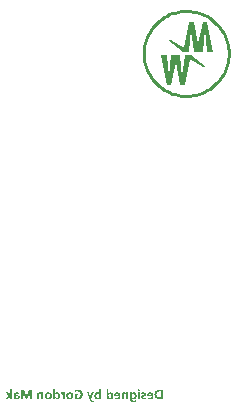
<source format=gbo>
G04*
G04 #@! TF.GenerationSoftware,Altium Limited,Altium Designer,20.1.8 (145)*
G04*
G04 Layer_Color=32896*
%FSLAX25Y25*%
%MOIN*%
G70*
G04*
G04 #@! TF.SameCoordinates,B6191FBB-5C88-4D09-BA80-96395D220C01*
G04*
G04*
G04 #@! TF.FilePolarity,Positive*
G04*
G01*
G75*
%ADD12C,0.01000*%
G36*
X69500Y113700D02*
X68500D01*
X64265Y116524D01*
X62500Y107700D01*
X61000D01*
X59500Y115200D01*
X58000Y107700D01*
X56500D01*
X54500Y117700D01*
X56500D01*
X57250Y110200D01*
X58000Y117700D01*
X61000D01*
X61750Y110200D01*
X62500Y117700D01*
X64500D01*
X69500Y113700D01*
D02*
G37*
G36*
X72000Y118700D02*
X70000D01*
X69250Y126200D01*
X68500Y118700D01*
X65500D01*
X64750Y126200D01*
X64000Y118700D01*
X62000D01*
X57000Y122700D01*
X58000D01*
X62235Y119877D01*
X64000Y128700D01*
X65500D01*
X67000Y121200D01*
X68500Y128700D01*
X70000D01*
X72000Y118700D01*
D02*
G37*
G36*
X47287Y6249D02*
X47340Y6240D01*
X47388Y6225D01*
X47427Y6206D01*
X47456Y6187D01*
X47480Y6172D01*
X47494Y6163D01*
X47499Y6158D01*
X47533Y6120D01*
X47562Y6081D01*
X47581Y6043D01*
X47591Y6004D01*
X47600Y5975D01*
X47605Y5946D01*
Y5927D01*
Y5922D01*
X47600Y5869D01*
X47591Y5821D01*
X47571Y5783D01*
X47552Y5744D01*
X47533Y5715D01*
X47513Y5696D01*
X47504Y5682D01*
X47499Y5677D01*
X47456Y5643D01*
X47412Y5619D01*
X47369Y5605D01*
X47326Y5595D01*
X47287Y5586D01*
X47259Y5581D01*
X47230D01*
X47172Y5586D01*
X47119Y5595D01*
X47071Y5610D01*
X47032Y5629D01*
X47004Y5648D01*
X46980Y5663D01*
X46965Y5672D01*
X46960Y5677D01*
X46927Y5715D01*
X46898Y5754D01*
X46879Y5797D01*
X46869Y5836D01*
X46859Y5869D01*
X46854Y5898D01*
Y5917D01*
Y5922D01*
X46859Y5975D01*
X46869Y6019D01*
X46888Y6062D01*
X46907Y6095D01*
X46927Y6120D01*
X46946Y6144D01*
X46955Y6153D01*
X46960Y6158D01*
X46999Y6192D01*
X47047Y6216D01*
X47090Y6230D01*
X47133Y6245D01*
X47172Y6249D01*
X47201Y6254D01*
X47230D01*
X47287Y6249D01*
D02*
G37*
G36*
X45546Y5258D02*
X45623Y5249D01*
X45695Y5235D01*
X45768Y5210D01*
X45830Y5186D01*
X45893Y5158D01*
X45945Y5129D01*
X45994Y5100D01*
X46042Y5066D01*
X46080Y5037D01*
X46114Y5008D01*
X46138Y4984D01*
X46162Y4960D01*
X46176Y4946D01*
X46186Y4936D01*
X46191Y4932D01*
X46239Y4869D01*
X46282Y4797D01*
X46316Y4725D01*
X46349Y4653D01*
X46374Y4580D01*
X46398Y4503D01*
X46431Y4364D01*
X46441Y4296D01*
X46450Y4234D01*
X46455Y4181D01*
X46460Y4133D01*
X46465Y4095D01*
Y4066D01*
Y4046D01*
Y4042D01*
X46460Y3950D01*
X46455Y3864D01*
X46441Y3782D01*
X46426Y3705D01*
X46407Y3633D01*
X46388Y3570D01*
X46364Y3508D01*
X46340Y3455D01*
X46316Y3407D01*
X46292Y3363D01*
X46273Y3330D01*
X46253Y3296D01*
X46239Y3272D01*
X46224Y3258D01*
X46220Y3248D01*
X46215Y3243D01*
X46167Y3190D01*
X46114Y3147D01*
X46061Y3108D01*
X46003Y3075D01*
X45950Y3046D01*
X45893Y3022D01*
X45787Y2988D01*
X45691Y2964D01*
X45652Y2959D01*
X45614Y2955D01*
X45585Y2950D01*
X45546D01*
X45464Y2955D01*
X45383Y2964D01*
X45311Y2983D01*
X45243Y3008D01*
X45181Y3036D01*
X45123Y3070D01*
X45075Y3104D01*
X45027Y3137D01*
X44988Y3171D01*
X44950Y3205D01*
X44921Y3238D01*
X44897Y3267D01*
X44878Y3291D01*
X44863Y3311D01*
X44858Y3320D01*
X44854Y3325D01*
X44839D01*
Y3142D01*
X44849Y3027D01*
X44868Y2926D01*
X44902Y2839D01*
X44935Y2767D01*
X44974Y2709D01*
X45008Y2666D01*
X45027Y2642D01*
X45036Y2632D01*
X45113Y2570D01*
X45200Y2527D01*
X45291Y2493D01*
X45378Y2473D01*
X45455Y2459D01*
X45489Y2454D01*
X45517D01*
X45541Y2450D01*
X45575D01*
X45705Y2459D01*
X45830Y2478D01*
X45950Y2512D01*
X46051Y2551D01*
X46099Y2565D01*
X46143Y2584D01*
X46176Y2603D01*
X46210Y2618D01*
X46234Y2627D01*
X46253Y2637D01*
X46263Y2647D01*
X46268D01*
Y2098D01*
X46162Y2055D01*
X46046Y2021D01*
X45926Y2002D01*
X45811Y1983D01*
X45758Y1978D01*
X45710Y1973D01*
X45667D01*
X45628Y1969D01*
X45556D01*
X45436Y1973D01*
X45325Y1983D01*
X45219Y1997D01*
X45123Y2021D01*
X45031Y2046D01*
X44950Y2074D01*
X44873Y2103D01*
X44805Y2137D01*
X44748Y2166D01*
X44695Y2195D01*
X44651Y2223D01*
X44613Y2248D01*
X44589Y2272D01*
X44565Y2286D01*
X44555Y2296D01*
X44550Y2300D01*
X44488Y2368D01*
X44435Y2435D01*
X44387Y2512D01*
X44348Y2589D01*
X44315Y2666D01*
X44286Y2743D01*
X44262Y2820D01*
X44243Y2897D01*
X44228Y2969D01*
X44219Y3032D01*
X44209Y3089D01*
X44204Y3142D01*
X44199Y3185D01*
Y3214D01*
Y3238D01*
Y3243D01*
Y5210D01*
X44839D01*
Y4946D01*
X44854D01*
X44892Y5004D01*
X44935Y5052D01*
X44983Y5095D01*
X45036Y5129D01*
X45084Y5162D01*
X45137Y5186D01*
X45234Y5225D01*
X45325Y5249D01*
X45363Y5254D01*
X45397Y5258D01*
X45426Y5263D01*
X45464D01*
X45546Y5258D01*
D02*
G37*
G36*
X34647Y3003D02*
X34002D01*
Y3267D01*
X33997D01*
X33954Y3210D01*
X33911Y3161D01*
X33863Y3118D01*
X33810Y3084D01*
X33762Y3051D01*
X33709Y3027D01*
X33608Y2988D01*
X33516Y2969D01*
X33478Y2959D01*
X33444Y2955D01*
X33415Y2950D01*
X33377D01*
X33295Y2955D01*
X33218Y2964D01*
X33141Y2979D01*
X33074Y3003D01*
X33011Y3027D01*
X32949Y3056D01*
X32896Y3084D01*
X32848Y3118D01*
X32805Y3147D01*
X32766Y3176D01*
X32732Y3205D01*
X32704Y3229D01*
X32684Y3253D01*
X32670Y3267D01*
X32660Y3277D01*
X32655Y3282D01*
X32607Y3349D01*
X32564Y3416D01*
X32530Y3489D01*
X32497Y3561D01*
X32468Y3638D01*
X32449Y3710D01*
X32415Y3849D01*
X32405Y3917D01*
X32396Y3974D01*
X32391Y4027D01*
X32386Y4075D01*
X32381Y4114D01*
Y4143D01*
Y4162D01*
Y4167D01*
X32386Y4263D01*
X32391Y4349D01*
X32405Y4431D01*
X32420Y4508D01*
X32439Y4580D01*
X32458Y4648D01*
X32477Y4705D01*
X32502Y4763D01*
X32526Y4811D01*
X32545Y4850D01*
X32564Y4888D01*
X32583Y4917D01*
X32598Y4941D01*
X32612Y4955D01*
X32617Y4965D01*
X32622Y4970D01*
X32670Y5023D01*
X32718Y5066D01*
X32771Y5105D01*
X32824Y5138D01*
X32877Y5167D01*
X32934Y5191D01*
X33035Y5225D01*
X33132Y5249D01*
X33170Y5254D01*
X33209Y5258D01*
X33237Y5263D01*
X33276D01*
X33362Y5258D01*
X33439Y5249D01*
X33516Y5225D01*
X33584Y5201D01*
X33651Y5172D01*
X33709Y5138D01*
X33762Y5105D01*
X33810Y5066D01*
X33853Y5028D01*
X33892Y4994D01*
X33925Y4960D01*
X33949Y4932D01*
X33968Y4907D01*
X33988Y4888D01*
X33993Y4874D01*
X33997Y4869D01*
X34002D01*
Y6269D01*
X34647D01*
Y3003D01*
D02*
G37*
G36*
X6595Y5254D02*
X6667Y5249D01*
X6734Y5239D01*
X6797Y5230D01*
X6840Y5220D01*
X6859Y5215D01*
X6874D01*
X6879Y5210D01*
X6883D01*
X6970Y5191D01*
X7052Y5167D01*
X7119Y5143D01*
X7177Y5124D01*
X7220Y5105D01*
X7254Y5090D01*
X7278Y5081D01*
X7283Y5076D01*
Y4575D01*
X7215Y4619D01*
X7153Y4657D01*
X7085Y4686D01*
X7018Y4715D01*
X6893Y4758D01*
X6778Y4787D01*
X6729Y4797D01*
X6681Y4802D01*
X6638Y4811D01*
X6604D01*
X6576Y4816D01*
X6537D01*
X6465Y4811D01*
X6407Y4802D01*
X6350Y4782D01*
X6306Y4758D01*
X6268Y4725D01*
X6234Y4696D01*
X6210Y4657D01*
X6186Y4624D01*
X6157Y4552D01*
X6143Y4494D01*
Y4465D01*
X6138Y4446D01*
Y4436D01*
Y4431D01*
X6744Y4349D01*
X6879Y4325D01*
X6994Y4287D01*
X7095Y4244D01*
X7182Y4191D01*
X7259Y4133D01*
X7316Y4070D01*
X7369Y4008D01*
X7408Y3941D01*
X7441Y3878D01*
X7465Y3820D01*
X7480Y3763D01*
X7490Y3714D01*
X7499Y3671D01*
X7504Y3642D01*
Y3623D01*
Y3613D01*
X7494Y3503D01*
X7475Y3407D01*
X7446Y3325D01*
X7408Y3258D01*
X7374Y3200D01*
X7345Y3161D01*
X7326Y3137D01*
X7316Y3128D01*
X7239Y3070D01*
X7158Y3027D01*
X7071Y2993D01*
X6989Y2974D01*
X6922Y2959D01*
X6864Y2954D01*
X6840Y2950D01*
X6811D01*
X6729Y2954D01*
X6657Y2964D01*
X6590Y2983D01*
X6523Y3008D01*
X6465Y3036D01*
X6412Y3065D01*
X6359Y3099D01*
X6316Y3137D01*
X6277Y3171D01*
X6244Y3205D01*
X6215Y3233D01*
X6196Y3262D01*
X6176Y3286D01*
X6162Y3306D01*
X6157Y3315D01*
X6152Y3320D01*
X6143D01*
Y3003D01*
X5527D01*
Y4335D01*
X5532Y4422D01*
X5537Y4499D01*
X5551Y4571D01*
X5565Y4643D01*
X5614Y4768D01*
X5671Y4874D01*
X5743Y4960D01*
X5820Y5037D01*
X5902Y5100D01*
X5989Y5148D01*
X6075Y5186D01*
X6162Y5215D01*
X6239Y5235D01*
X6311Y5249D01*
X6369Y5258D01*
X6417Y5263D01*
X6523D01*
X6595Y5254D01*
D02*
G37*
G36*
X4974Y3003D02*
X4329D01*
Y4095D01*
X4324D01*
X3589Y3003D01*
X2805D01*
X3685Y4167D01*
X2867Y5210D01*
X3637D01*
X4324Y4186D01*
X4329D01*
Y6269D01*
X4974D01*
Y3003D01*
D02*
G37*
G36*
X11477D02*
X10885D01*
Y4749D01*
Y4893D01*
X10890Y5037D01*
X10895Y5167D01*
Y5283D01*
X10900Y5336D01*
Y5384D01*
X10905Y5427D01*
Y5460D01*
X10909Y5489D01*
Y5509D01*
Y5523D01*
Y5528D01*
X10890D01*
X10876Y5465D01*
X10866Y5412D01*
X10857Y5364D01*
X10847Y5321D01*
X10837Y5283D01*
X10828Y5249D01*
X10818Y5191D01*
X10808Y5158D01*
X10799Y5129D01*
X10794Y5119D01*
Y5114D01*
X10019Y3003D01*
X9495D01*
X8735Y5133D01*
X8721Y5182D01*
X8702Y5239D01*
X8687Y5302D01*
X8673Y5369D01*
X8658Y5432D01*
X8649Y5480D01*
X8644Y5499D01*
X8639Y5514D01*
Y5523D01*
Y5528D01*
X8620D01*
X8630Y5388D01*
X8634Y5263D01*
X8644Y5153D01*
Y5057D01*
Y5018D01*
X8649Y4980D01*
Y4951D01*
Y4927D01*
Y4907D01*
Y4893D01*
Y4883D01*
Y4879D01*
Y3003D01*
X7994D01*
Y6091D01*
X8928D01*
X9596Y4229D01*
X9620Y4157D01*
X9644Y4080D01*
X9668Y4008D01*
X9688Y3936D01*
X9702Y3878D01*
X9717Y3830D01*
X9721Y3811D01*
Y3796D01*
X9726Y3791D01*
Y3787D01*
X9741D01*
X9755Y3864D01*
X9769Y3941D01*
X9789Y4017D01*
X9808Y4085D01*
X9822Y4143D01*
X9837Y4186D01*
X9846Y4215D01*
X9851Y4220D01*
Y4224D01*
X10520Y6091D01*
X11477D01*
Y3003D01*
D02*
G37*
G36*
X31333Y3003D02*
X31453Y2719D01*
X31477Y2676D01*
X31501Y2637D01*
X31530Y2599D01*
X31559Y2570D01*
X31616Y2527D01*
X31679Y2498D01*
X31737Y2478D01*
X31780Y2469D01*
X31799Y2464D01*
X31823D01*
X31881Y2469D01*
X31934Y2473D01*
X31982Y2488D01*
X32025Y2502D01*
X32064Y2512D01*
X32088Y2527D01*
X32107Y2531D01*
X32112Y2536D01*
Y2021D01*
X32054Y2002D01*
X31992Y1993D01*
X31929Y1983D01*
X31867Y1973D01*
X31809D01*
X31766Y1969D01*
X31722D01*
X31665Y1973D01*
X31607Y1978D01*
X31501Y2007D01*
X31400Y2046D01*
X31309Y2098D01*
X31222Y2161D01*
X31145Y2233D01*
X31073Y2310D01*
X31010Y2387D01*
X30957Y2464D01*
X30909Y2541D01*
X30866Y2613D01*
X30832Y2676D01*
X30808Y2729D01*
X30789Y2772D01*
X30779Y2796D01*
X30775Y2805D01*
X29861Y5210D01*
X30501D01*
X30943Y3820D01*
X30962Y3758D01*
X30977Y3705D01*
X30986Y3657D01*
X30996Y3618D01*
X31001Y3585D01*
X31006Y3561D01*
X31010Y3546D01*
Y3541D01*
X31020D01*
X31030Y3599D01*
X31039Y3652D01*
X31049Y3700D01*
X31054Y3743D01*
X31063Y3777D01*
X31073Y3801D01*
X31078Y3820D01*
Y3825D01*
X31511Y5210D01*
X32218D01*
X31333Y3003D01*
D02*
G37*
G36*
X26922Y6139D02*
X27057Y6124D01*
X27182Y6100D01*
X27302Y6071D01*
X27413Y6038D01*
X27514Y5999D01*
X27605Y5956D01*
X27692Y5917D01*
X27768Y5874D01*
X27836Y5831D01*
X27889Y5793D01*
X27937Y5759D01*
X27975Y5730D01*
X27999Y5706D01*
X28019Y5691D01*
X28023Y5687D01*
X28105Y5600D01*
X28177Y5504D01*
X28240Y5408D01*
X28293Y5307D01*
X28336Y5210D01*
X28374Y5109D01*
X28408Y5013D01*
X28432Y4922D01*
X28451Y4835D01*
X28466Y4753D01*
X28475Y4681D01*
X28480Y4619D01*
X28485Y4571D01*
X28490Y4532D01*
Y4508D01*
Y4499D01*
X28485Y4369D01*
X28471Y4244D01*
X28451Y4128D01*
X28423Y4018D01*
X28394Y3917D01*
X28355Y3820D01*
X28317Y3739D01*
X28278Y3662D01*
X28240Y3594D01*
X28201Y3532D01*
X28163Y3484D01*
X28134Y3440D01*
X28105Y3407D01*
X28086Y3383D01*
X28071Y3368D01*
X28067Y3363D01*
X27985Y3291D01*
X27893Y3229D01*
X27797Y3171D01*
X27701Y3123D01*
X27605Y3084D01*
X27509Y3051D01*
X27413Y3022D01*
X27321Y3003D01*
X27235Y2983D01*
X27153Y2974D01*
X27081Y2964D01*
X27018Y2955D01*
X26970D01*
X26932Y2950D01*
X26898D01*
X26778Y2955D01*
X26662Y2959D01*
X26551Y2974D01*
X26446Y2988D01*
X26349Y3012D01*
X26258Y3032D01*
X26171Y3056D01*
X26095Y3080D01*
X26027Y3104D01*
X25965Y3128D01*
X25912Y3152D01*
X25868Y3171D01*
X25835Y3185D01*
X25806Y3200D01*
X25791Y3205D01*
X25787Y3210D01*
Y4744D01*
X27071Y4744D01*
Y4215D01*
X26446Y4215D01*
Y3580D01*
X26508Y3556D01*
X26580Y3537D01*
X26648Y3522D01*
X26715Y3512D01*
X26773Y3508D01*
X26821Y3503D01*
X26864D01*
X26941Y3508D01*
X27018Y3512D01*
X27153Y3546D01*
X27215Y3565D01*
X27268Y3590D01*
X27321Y3613D01*
X27369Y3638D01*
X27408Y3662D01*
X27446Y3686D01*
X27475Y3710D01*
X27499Y3729D01*
X27523Y3748D01*
X27538Y3763D01*
X27542Y3767D01*
X27547Y3772D01*
X27591Y3825D01*
X27629Y3883D01*
X27663Y3945D01*
X27692Y4008D01*
X27735Y4133D01*
X27764Y4253D01*
X27778Y4311D01*
X27783Y4359D01*
X27788Y4407D01*
X27793Y4451D01*
X27797Y4479D01*
Y4508D01*
Y4523D01*
Y4527D01*
X27793Y4614D01*
X27788Y4701D01*
X27773Y4778D01*
X27754Y4850D01*
X27735Y4917D01*
X27711Y4984D01*
X27687Y5042D01*
X27658Y5095D01*
X27634Y5138D01*
X27610Y5182D01*
X27586Y5215D01*
X27566Y5244D01*
X27547Y5268D01*
X27533Y5283D01*
X27528Y5292D01*
X27523Y5297D01*
X27470Y5350D01*
X27413Y5393D01*
X27350Y5432D01*
X27292Y5465D01*
X27230Y5494D01*
X27172Y5518D01*
X27057Y5552D01*
X27004Y5566D01*
X26951Y5576D01*
X26908Y5581D01*
X26869Y5586D01*
X26840Y5590D01*
X26701D01*
X26609Y5581D01*
X26523Y5571D01*
X26441Y5557D01*
X26364Y5542D01*
X26292Y5523D01*
X26224Y5504D01*
X26162Y5485D01*
X26109Y5465D01*
X26056Y5446D01*
X26018Y5427D01*
X25979Y5412D01*
X25955Y5398D01*
X25931Y5388D01*
X25921Y5384D01*
X25917Y5379D01*
Y6004D01*
X26061Y6052D01*
X26210Y6086D01*
X26354Y6110D01*
X26489Y6124D01*
X26551Y6134D01*
X26604Y6139D01*
X26657D01*
X26701Y6144D01*
X26782D01*
X26922Y6139D01*
D02*
G37*
G36*
X51068Y5258D02*
X51150Y5249D01*
X51227Y5235D01*
X51304Y5210D01*
X51371Y5186D01*
X51438Y5158D01*
X51496Y5129D01*
X51549Y5100D01*
X51597Y5066D01*
X51640Y5037D01*
X51679Y5008D01*
X51708Y4984D01*
X51732Y4960D01*
X51751Y4946D01*
X51761Y4936D01*
X51766Y4932D01*
X51818Y4869D01*
X51867Y4802D01*
X51910Y4729D01*
X51948Y4657D01*
X51977Y4585D01*
X52001Y4513D01*
X52040Y4378D01*
X52054Y4316D01*
X52064Y4253D01*
X52069Y4205D01*
X52073Y4157D01*
X52078Y4123D01*
Y4095D01*
Y4075D01*
Y4070D01*
X52073Y3974D01*
X52064Y3883D01*
X52049Y3796D01*
X52030Y3719D01*
X52011Y3642D01*
X51987Y3575D01*
X51958Y3512D01*
X51929Y3460D01*
X51905Y3407D01*
X51876Y3363D01*
X51852Y3330D01*
X51828Y3296D01*
X51814Y3272D01*
X51799Y3258D01*
X51790Y3248D01*
X51785Y3243D01*
X51727Y3190D01*
X51665Y3147D01*
X51602Y3108D01*
X51535Y3075D01*
X51467Y3046D01*
X51395Y3022D01*
X51265Y2988D01*
X51203Y2974D01*
X51150Y2964D01*
X51097Y2959D01*
X51054Y2955D01*
X51015Y2950D01*
X50967D01*
X50794Y2959D01*
X50712Y2964D01*
X50635Y2979D01*
X50568Y2988D01*
X50501Y3003D01*
X50438Y3017D01*
X50385Y3036D01*
X50337Y3051D01*
X50294Y3065D01*
X50260Y3080D01*
X50226Y3094D01*
X50202Y3104D01*
X50188Y3113D01*
X50178Y3118D01*
X50173D01*
Y3590D01*
X50279Y3532D01*
X50390Y3489D01*
X50501Y3455D01*
X50602Y3435D01*
X50688Y3421D01*
X50727Y3416D01*
X50755D01*
X50784Y3412D01*
X50818D01*
X50924Y3416D01*
X51015Y3435D01*
X51092Y3460D01*
X51164Y3493D01*
X51222Y3532D01*
X51270Y3575D01*
X51313Y3618D01*
X51347Y3666D01*
X51376Y3714D01*
X51395Y3758D01*
X51414Y3801D01*
X51424Y3840D01*
X51434Y3873D01*
Y3897D01*
X51438Y3917D01*
Y3921D01*
X49986D01*
Y4196D01*
X49991Y4287D01*
X49995Y4374D01*
X50010Y4451D01*
X50029Y4527D01*
X50048Y4595D01*
X50068Y4662D01*
X50092Y4720D01*
X50116Y4773D01*
X50145Y4816D01*
X50169Y4859D01*
X50188Y4893D01*
X50207Y4922D01*
X50226Y4946D01*
X50241Y4960D01*
X50246Y4970D01*
X50250Y4975D01*
X50303Y5028D01*
X50356Y5071D01*
X50414Y5109D01*
X50476Y5143D01*
X50539Y5172D01*
X50597Y5191D01*
X50717Y5230D01*
X50770Y5239D01*
X50818Y5249D01*
X50866Y5254D01*
X50905Y5258D01*
X50938Y5263D01*
X50981D01*
X51068Y5258D01*
D02*
G37*
G36*
X40087D02*
X40169Y5249D01*
X40246Y5235D01*
X40323Y5210D01*
X40390Y5186D01*
X40457Y5158D01*
X40515Y5129D01*
X40568Y5100D01*
X40616Y5066D01*
X40659Y5037D01*
X40698Y5008D01*
X40727Y4984D01*
X40751Y4960D01*
X40770Y4946D01*
X40780Y4936D01*
X40784Y4932D01*
X40837Y4869D01*
X40885Y4802D01*
X40929Y4729D01*
X40967Y4657D01*
X40996Y4585D01*
X41020Y4513D01*
X41058Y4378D01*
X41073Y4316D01*
X41083Y4253D01*
X41087Y4205D01*
X41092Y4157D01*
X41097Y4123D01*
Y4095D01*
Y4075D01*
Y4070D01*
X41092Y3974D01*
X41083Y3883D01*
X41068Y3796D01*
X41049Y3719D01*
X41030Y3642D01*
X41006Y3575D01*
X40977Y3512D01*
X40948Y3460D01*
X40924Y3407D01*
X40895Y3363D01*
X40871Y3330D01*
X40847Y3296D01*
X40832Y3272D01*
X40818Y3258D01*
X40808Y3248D01*
X40804Y3243D01*
X40746Y3190D01*
X40683Y3147D01*
X40621Y3108D01*
X40553Y3075D01*
X40486Y3046D01*
X40414Y3022D01*
X40284Y2988D01*
X40222Y2974D01*
X40169Y2964D01*
X40116Y2959D01*
X40072Y2955D01*
X40034Y2950D01*
X39986D01*
X39813Y2959D01*
X39731Y2964D01*
X39654Y2979D01*
X39587Y2988D01*
X39519Y3003D01*
X39457Y3017D01*
X39404Y3036D01*
X39356Y3051D01*
X39312Y3065D01*
X39279Y3080D01*
X39245Y3094D01*
X39221Y3104D01*
X39207Y3113D01*
X39197Y3118D01*
X39192D01*
Y3590D01*
X39298Y3532D01*
X39409Y3489D01*
X39519Y3455D01*
X39620Y3435D01*
X39707Y3421D01*
X39745Y3416D01*
X39774D01*
X39803Y3412D01*
X39837D01*
X39943Y3416D01*
X40034Y3435D01*
X40111Y3460D01*
X40183Y3493D01*
X40241Y3532D01*
X40289Y3575D01*
X40332Y3618D01*
X40366Y3666D01*
X40395Y3714D01*
X40414Y3758D01*
X40433Y3801D01*
X40443Y3840D01*
X40452Y3873D01*
Y3897D01*
X40457Y3917D01*
Y3921D01*
X39005D01*
Y4196D01*
X39009Y4287D01*
X39014Y4374D01*
X39029Y4451D01*
X39048Y4527D01*
X39067Y4595D01*
X39086Y4662D01*
X39110Y4720D01*
X39134Y4773D01*
X39163Y4816D01*
X39187Y4859D01*
X39207Y4893D01*
X39226Y4922D01*
X39245Y4946D01*
X39259Y4960D01*
X39264Y4970D01*
X39269Y4975D01*
X39322Y5028D01*
X39375Y5071D01*
X39433Y5109D01*
X39495Y5143D01*
X39558Y5172D01*
X39615Y5191D01*
X39736Y5230D01*
X39789Y5239D01*
X39837Y5249D01*
X39885Y5254D01*
X39923Y5258D01*
X39957Y5263D01*
X40000D01*
X40087Y5258D01*
D02*
G37*
G36*
X55118Y3003D02*
X54055D01*
X53920Y3008D01*
X53795Y3022D01*
X53675Y3041D01*
X53560Y3070D01*
X53454Y3104D01*
X53358Y3142D01*
X53266Y3181D01*
X53184Y3219D01*
X53112Y3258D01*
X53050Y3301D01*
X52997Y3334D01*
X52949Y3368D01*
X52915Y3397D01*
X52886Y3416D01*
X52872Y3431D01*
X52867Y3435D01*
X52785Y3522D01*
X52713Y3609D01*
X52651Y3705D01*
X52598Y3796D01*
X52554Y3892D01*
X52516Y3989D01*
X52487Y4085D01*
X52463Y4171D01*
X52444Y4258D01*
X52429Y4335D01*
X52420Y4407D01*
X52410Y4465D01*
Y4518D01*
X52405Y4552D01*
Y4575D01*
Y4585D01*
X52410Y4720D01*
X52425Y4850D01*
X52444Y4970D01*
X52477Y5081D01*
X52511Y5186D01*
X52559Y5283D01*
X52607Y5374D01*
X52660Y5456D01*
X52723Y5533D01*
X52785Y5600D01*
X52853Y5667D01*
X52925Y5725D01*
X52997Y5778D01*
X53074Y5821D01*
X53151Y5865D01*
X53228Y5903D01*
X53382Y5966D01*
X53531Y6014D01*
X53670Y6043D01*
X53733Y6057D01*
X53795Y6067D01*
X53848Y6076D01*
X53896Y6081D01*
X53944Y6086D01*
X53978D01*
X54012Y6091D01*
X55118D01*
Y3003D01*
D02*
G37*
G36*
X47557D02*
X46912D01*
Y5210D01*
X47557D01*
Y3003D01*
D02*
G37*
G36*
X42338Y5258D02*
X42415Y5244D01*
X42492Y5225D01*
X42559Y5201D01*
X42627Y5167D01*
X42684Y5133D01*
X42737Y5095D01*
X42785Y5061D01*
X42824Y5023D01*
X42862Y4984D01*
X42891Y4951D01*
X42920Y4917D01*
X42939Y4893D01*
X42954Y4874D01*
X42958Y4859D01*
X42963Y4854D01*
X42968D01*
Y5210D01*
X43613D01*
Y3003D01*
X42968D01*
Y4258D01*
X42963Y4340D01*
X42949Y4407D01*
X42930Y4470D01*
X42906Y4523D01*
X42886Y4566D01*
X42867Y4600D01*
X42853Y4619D01*
X42848Y4624D01*
X42800Y4672D01*
X42752Y4705D01*
X42699Y4734D01*
X42651Y4749D01*
X42607Y4758D01*
X42574Y4768D01*
X42545D01*
X42477Y4763D01*
X42420Y4744D01*
X42367Y4720D01*
X42323Y4686D01*
X42285Y4643D01*
X42251Y4600D01*
X42227Y4552D01*
X42208Y4503D01*
X42179Y4402D01*
X42170Y4359D01*
X42165Y4316D01*
X42160Y4282D01*
Y4258D01*
Y4239D01*
Y4234D01*
Y3003D01*
X41515D01*
Y4349D01*
Y4431D01*
X41525Y4508D01*
X41535Y4585D01*
X41549Y4653D01*
X41583Y4773D01*
X41631Y4879D01*
X41684Y4965D01*
X41746Y5042D01*
X41814Y5100D01*
X41881Y5148D01*
X41953Y5186D01*
X42020Y5215D01*
X42078Y5235D01*
X42136Y5249D01*
X42184Y5258D01*
X42218Y5263D01*
X42251D01*
X42338Y5258D01*
D02*
G37*
G36*
X21390Y5239D02*
X21458Y5225D01*
X21525Y5201D01*
X21583Y5172D01*
X21636Y5138D01*
X21684Y5100D01*
X21727Y5061D01*
X21761Y5018D01*
X21794Y4975D01*
X21823Y4936D01*
X21847Y4898D01*
X21862Y4864D01*
X21876Y4835D01*
X21886Y4811D01*
X21895Y4797D01*
Y4792D01*
X21900D01*
Y5210D01*
X22545D01*
Y3003D01*
X21900D01*
Y4061D01*
X21895Y4167D01*
X21881Y4258D01*
X21862Y4335D01*
X21838Y4402D01*
X21814Y4455D01*
X21794Y4494D01*
X21780Y4513D01*
X21775Y4523D01*
X21722Y4580D01*
X21665Y4619D01*
X21607Y4648D01*
X21549Y4672D01*
X21501Y4681D01*
X21463Y4686D01*
X21434Y4691D01*
X21424D01*
X21362Y4686D01*
X21309Y4681D01*
X21260Y4672D01*
X21217Y4657D01*
X21184Y4643D01*
X21159Y4633D01*
X21145Y4628D01*
X21140Y4624D01*
Y5220D01*
X21164Y5230D01*
X21193Y5235D01*
X21246Y5239D01*
X21275Y5244D01*
X21313D01*
X21390Y5239D01*
D02*
G37*
G36*
X14132Y5258D02*
X14209Y5244D01*
X14286Y5225D01*
X14353Y5201D01*
X14421Y5167D01*
X14478Y5133D01*
X14531Y5095D01*
X14579Y5061D01*
X14618Y5023D01*
X14656Y4984D01*
X14685Y4951D01*
X14714Y4917D01*
X14733Y4893D01*
X14748Y4874D01*
X14753Y4859D01*
X14757Y4854D01*
X14762D01*
Y5210D01*
X15407D01*
Y3003D01*
X14762D01*
Y4258D01*
X14757Y4340D01*
X14743Y4407D01*
X14724Y4470D01*
X14700Y4523D01*
X14680Y4566D01*
X14661Y4600D01*
X14647Y4619D01*
X14642Y4624D01*
X14594Y4672D01*
X14546Y4705D01*
X14493Y4734D01*
X14445Y4749D01*
X14401Y4758D01*
X14368Y4768D01*
X14339D01*
X14272Y4763D01*
X14214Y4744D01*
X14161Y4720D01*
X14118Y4686D01*
X14079Y4643D01*
X14045Y4600D01*
X14021Y4552D01*
X14002Y4503D01*
X13973Y4402D01*
X13964Y4359D01*
X13959Y4316D01*
X13954Y4282D01*
Y4258D01*
Y4239D01*
Y4234D01*
Y3003D01*
X13310D01*
Y4349D01*
Y4431D01*
X13319Y4508D01*
X13329Y4585D01*
X13343Y4653D01*
X13377Y4773D01*
X13425Y4879D01*
X13478Y4965D01*
X13541Y5042D01*
X13608Y5100D01*
X13675Y5148D01*
X13747Y5186D01*
X13815Y5215D01*
X13872Y5235D01*
X13930Y5249D01*
X13978Y5258D01*
X14012Y5263D01*
X14045D01*
X14132Y5258D01*
D02*
G37*
G36*
X48822Y5254D02*
X48957Y5235D01*
X49077Y5206D01*
X49125Y5186D01*
X49173Y5172D01*
X49216Y5153D01*
X49255Y5133D01*
X49284Y5119D01*
X49312Y5105D01*
X49332Y5095D01*
X49346Y5085D01*
X49356Y5076D01*
X49360D01*
X49409Y5042D01*
X49447Y5004D01*
X49481Y4960D01*
X49514Y4917D01*
X49563Y4835D01*
X49591Y4753D01*
X49611Y4681D01*
X49615Y4648D01*
X49620Y4619D01*
X49625Y4600D01*
Y4580D01*
Y4571D01*
Y4566D01*
X49620Y4470D01*
X49601Y4388D01*
X49577Y4316D01*
X49548Y4253D01*
X49519Y4205D01*
X49495Y4171D01*
X49476Y4152D01*
X49471Y4143D01*
X49437Y4114D01*
X49404Y4085D01*
X49317Y4032D01*
X49226Y3984D01*
X49130Y3945D01*
X49043Y3907D01*
X49005Y3892D01*
X48971Y3883D01*
X48942Y3873D01*
X48923Y3864D01*
X48908Y3859D01*
X48904D01*
X48846Y3840D01*
X48798Y3820D01*
X48750Y3796D01*
X48716Y3777D01*
X48682Y3753D01*
X48658Y3734D01*
X48615Y3695D01*
X48596Y3657D01*
X48581Y3628D01*
X48577Y3609D01*
Y3604D01*
X48581Y3565D01*
X48596Y3537D01*
X48615Y3508D01*
X48639Y3484D01*
X48702Y3445D01*
X48774Y3421D01*
X48851Y3402D01*
X48913Y3397D01*
X48937Y3392D01*
X48976D01*
X49096Y3402D01*
X49211Y3426D01*
X49322Y3455D01*
X49418Y3493D01*
X49505Y3532D01*
X49538Y3546D01*
X49567Y3561D01*
X49591Y3575D01*
X49611Y3585D01*
X49620Y3594D01*
X49625D01*
Y3060D01*
X49510Y3022D01*
X49389Y2998D01*
X49279Y2979D01*
X49173Y2964D01*
X49130Y2959D01*
X49086Y2955D01*
X49048D01*
X49019Y2950D01*
X48957D01*
X48793Y2959D01*
X48721Y2969D01*
X48649Y2979D01*
X48586Y2993D01*
X48524Y3008D01*
X48471Y3027D01*
X48423Y3046D01*
X48379Y3060D01*
X48341Y3080D01*
X48307Y3094D01*
X48278Y3108D01*
X48259Y3118D01*
X48245Y3128D01*
X48235Y3137D01*
X48230D01*
X48182Y3176D01*
X48139Y3214D01*
X48105Y3258D01*
X48072Y3301D01*
X48043Y3344D01*
X48023Y3387D01*
X47990Y3474D01*
X47970Y3551D01*
X47966Y3580D01*
X47961Y3609D01*
X47956Y3633D01*
Y3652D01*
Y3662D01*
Y3666D01*
X47961Y3729D01*
X47966Y3787D01*
X47980Y3840D01*
X47995Y3888D01*
X48009Y3921D01*
X48019Y3950D01*
X48028Y3969D01*
X48033Y3974D01*
X48067Y4022D01*
X48100Y4066D01*
X48139Y4104D01*
X48177Y4133D01*
X48211Y4157D01*
X48240Y4176D01*
X48259Y4186D01*
X48264Y4191D01*
X48326Y4224D01*
X48399Y4253D01*
X48471Y4287D01*
X48543Y4311D01*
X48610Y4335D01*
X48663Y4354D01*
X48682Y4364D01*
X48697Y4369D01*
X48706Y4374D01*
X48711D01*
X48759Y4393D01*
X48803Y4412D01*
X48841Y4431D01*
X48870Y4451D01*
X48899Y4470D01*
X48923Y4494D01*
X48957Y4532D01*
X48976Y4566D01*
X48985Y4595D01*
X48990Y4614D01*
Y4619D01*
X48985Y4648D01*
X48976Y4676D01*
X48942Y4720D01*
X48913Y4749D01*
X48904Y4758D01*
X48899D01*
X48860Y4778D01*
X48817Y4792D01*
X48735Y4811D01*
X48702D01*
X48673Y4816D01*
X48649D01*
X48538Y4811D01*
X48432Y4792D01*
X48336Y4768D01*
X48249Y4744D01*
X48182Y4715D01*
X48129Y4691D01*
X48110Y4681D01*
X48096Y4672D01*
X48091Y4667D01*
X48086D01*
Y5172D01*
X48192Y5201D01*
X48293Y5225D01*
X48394Y5239D01*
X48480Y5254D01*
X48557Y5258D01*
X48591D01*
X48615Y5263D01*
X48668D01*
X48822Y5254D01*
D02*
G37*
G36*
X37095Y4951D02*
X37105D01*
X37138Y5004D01*
X37182Y5052D01*
X37225Y5095D01*
X37273Y5133D01*
X37321Y5162D01*
X37374Y5186D01*
X37470Y5225D01*
X37566Y5249D01*
X37605Y5254D01*
X37639Y5258D01*
X37667Y5263D01*
X37711D01*
X37793Y5258D01*
X37870Y5249D01*
X37942Y5235D01*
X38014Y5210D01*
X38076Y5186D01*
X38139Y5158D01*
X38192Y5129D01*
X38240Y5100D01*
X38288Y5066D01*
X38326Y5037D01*
X38360Y5008D01*
X38384Y4984D01*
X38408Y4960D01*
X38423Y4946D01*
X38432Y4936D01*
X38437Y4932D01*
X38485Y4869D01*
X38528Y4797D01*
X38567Y4729D01*
X38596Y4653D01*
X38625Y4580D01*
X38649Y4508D01*
X38682Y4369D01*
X38692Y4306D01*
X38702Y4244D01*
X38706Y4191D01*
X38711Y4147D01*
X38716Y4109D01*
Y4080D01*
Y4061D01*
Y4056D01*
X38711Y3965D01*
X38706Y3873D01*
X38692Y3791D01*
X38677Y3710D01*
X38658Y3638D01*
X38639Y3575D01*
X38615Y3512D01*
X38591Y3455D01*
X38572Y3407D01*
X38548Y3363D01*
X38528Y3330D01*
X38509Y3296D01*
X38495Y3272D01*
X38480Y3258D01*
X38475Y3248D01*
X38471Y3243D01*
X38423Y3190D01*
X38370Y3147D01*
X38317Y3108D01*
X38259Y3075D01*
X38201Y3046D01*
X38148Y3022D01*
X38038Y2988D01*
X37946Y2964D01*
X37903Y2959D01*
X37870Y2955D01*
X37836Y2950D01*
X37797D01*
X37716Y2955D01*
X37639Y2964D01*
X37562Y2983D01*
X37494Y3008D01*
X37432Y3032D01*
X37379Y3065D01*
X37326Y3099D01*
X37278Y3133D01*
X37239Y3166D01*
X37201Y3195D01*
X37172Y3229D01*
X37148Y3253D01*
X37129Y3277D01*
X37114Y3296D01*
X37110Y3306D01*
X37105Y3311D01*
X37095D01*
Y3003D01*
X36455D01*
Y6269D01*
X37095D01*
Y4951D01*
D02*
G37*
G36*
X24267Y5258D02*
X24363Y5249D01*
X24450Y5235D01*
X24531Y5215D01*
X24613Y5191D01*
X24685Y5162D01*
X24748Y5138D01*
X24810Y5109D01*
X24863Y5076D01*
X24906Y5052D01*
X24950Y5023D01*
X24983Y4999D01*
X25008Y4980D01*
X25027Y4965D01*
X25036Y4955D01*
X25041Y4951D01*
X25099Y4888D01*
X25147Y4826D01*
X25190Y4753D01*
X25229Y4686D01*
X25262Y4614D01*
X25286Y4542D01*
X25325Y4407D01*
X25339Y4340D01*
X25349Y4282D01*
X25359Y4229D01*
X25363Y4186D01*
X25368Y4147D01*
Y4119D01*
Y4099D01*
Y4095D01*
X25363Y3998D01*
X25354Y3907D01*
X25339Y3820D01*
X25320Y3739D01*
X25296Y3666D01*
X25267Y3599D01*
X25238Y3537D01*
X25210Y3479D01*
X25181Y3426D01*
X25152Y3383D01*
X25123Y3344D01*
X25099Y3315D01*
X25080Y3291D01*
X25065Y3272D01*
X25056Y3262D01*
X25051Y3258D01*
X24988Y3205D01*
X24921Y3157D01*
X24854Y3113D01*
X24781Y3080D01*
X24709Y3051D01*
X24642Y3027D01*
X24502Y2988D01*
X24440Y2974D01*
X24382Y2964D01*
X24329Y2959D01*
X24281Y2954D01*
X24248Y2950D01*
X24195D01*
X24094Y2954D01*
X23997Y2964D01*
X23911Y2979D01*
X23829Y2998D01*
X23747Y3022D01*
X23680Y3051D01*
X23613Y3080D01*
X23555Y3108D01*
X23502Y3137D01*
X23454Y3166D01*
X23415Y3195D01*
X23382Y3219D01*
X23358Y3238D01*
X23338Y3253D01*
X23329Y3262D01*
X23324Y3267D01*
X23266Y3330D01*
X23218Y3397D01*
X23175Y3469D01*
X23136Y3537D01*
X23108Y3609D01*
X23079Y3681D01*
X23040Y3820D01*
X23031Y3883D01*
X23021Y3945D01*
X23011Y3998D01*
X23007Y4042D01*
X23002Y4080D01*
Y4109D01*
Y4128D01*
Y4133D01*
X23007Y4229D01*
X23016Y4316D01*
X23031Y4402D01*
X23050Y4479D01*
X23074Y4552D01*
X23103Y4619D01*
X23132Y4681D01*
X23160Y4739D01*
X23189Y4787D01*
X23218Y4830D01*
X23247Y4869D01*
X23271Y4898D01*
X23290Y4922D01*
X23305Y4941D01*
X23314Y4951D01*
X23319Y4955D01*
X23382Y5008D01*
X23444Y5057D01*
X23512Y5100D01*
X23584Y5133D01*
X23656Y5162D01*
X23723Y5186D01*
X23858Y5225D01*
X23920Y5239D01*
X23978Y5249D01*
X24031Y5254D01*
X24079Y5258D01*
X24113Y5263D01*
X24166D01*
X24267Y5258D01*
D02*
G37*
G36*
X19327Y4951D02*
X19336D01*
X19370Y5004D01*
X19413Y5052D01*
X19457Y5095D01*
X19505Y5133D01*
X19553Y5162D01*
X19606Y5186D01*
X19702Y5225D01*
X19798Y5249D01*
X19837Y5254D01*
X19870Y5258D01*
X19899Y5263D01*
X19943D01*
X20024Y5258D01*
X20101Y5249D01*
X20174Y5235D01*
X20246Y5210D01*
X20308Y5186D01*
X20371Y5158D01*
X20424Y5129D01*
X20472Y5100D01*
X20520Y5066D01*
X20558Y5037D01*
X20592Y5008D01*
X20616Y4984D01*
X20640Y4960D01*
X20654Y4946D01*
X20664Y4936D01*
X20669Y4932D01*
X20717Y4869D01*
X20760Y4797D01*
X20799Y4729D01*
X20828Y4653D01*
X20856Y4580D01*
X20880Y4508D01*
X20914Y4369D01*
X20924Y4306D01*
X20933Y4244D01*
X20938Y4191D01*
X20943Y4147D01*
X20948Y4109D01*
Y4080D01*
Y4061D01*
Y4056D01*
X20943Y3965D01*
X20938Y3873D01*
X20924Y3791D01*
X20909Y3710D01*
X20890Y3638D01*
X20871Y3575D01*
X20847Y3512D01*
X20823Y3455D01*
X20804Y3407D01*
X20779Y3363D01*
X20760Y3330D01*
X20741Y3296D01*
X20727Y3272D01*
X20712Y3258D01*
X20707Y3248D01*
X20703Y3243D01*
X20654Y3190D01*
X20602Y3147D01*
X20549Y3108D01*
X20491Y3075D01*
X20433Y3046D01*
X20380Y3022D01*
X20270Y2988D01*
X20178Y2964D01*
X20135Y2959D01*
X20101Y2954D01*
X20068Y2950D01*
X20029D01*
X19947Y2954D01*
X19870Y2964D01*
X19794Y2983D01*
X19726Y3008D01*
X19664Y3032D01*
X19611Y3065D01*
X19558Y3099D01*
X19510Y3133D01*
X19471Y3166D01*
X19433Y3195D01*
X19404Y3229D01*
X19380Y3253D01*
X19361Y3277D01*
X19346Y3296D01*
X19341Y3306D01*
X19336Y3311D01*
X19327D01*
Y3003D01*
X18687D01*
Y6269D01*
X19327D01*
Y4951D01*
D02*
G37*
G36*
X17129Y5258D02*
X17225Y5249D01*
X17312Y5235D01*
X17393Y5215D01*
X17475Y5191D01*
X17547Y5162D01*
X17610Y5138D01*
X17672Y5109D01*
X17725Y5076D01*
X17768Y5052D01*
X17812Y5023D01*
X17845Y4999D01*
X17869Y4980D01*
X17889Y4965D01*
X17898Y4955D01*
X17903Y4951D01*
X17961Y4888D01*
X18009Y4826D01*
X18052Y4753D01*
X18091Y4686D01*
X18124Y4614D01*
X18148Y4542D01*
X18187Y4407D01*
X18201Y4340D01*
X18211Y4282D01*
X18221Y4229D01*
X18225Y4186D01*
X18230Y4147D01*
Y4119D01*
Y4099D01*
Y4095D01*
X18225Y3998D01*
X18216Y3907D01*
X18201Y3820D01*
X18182Y3739D01*
X18158Y3666D01*
X18129Y3599D01*
X18100Y3537D01*
X18071Y3479D01*
X18043Y3426D01*
X18014Y3383D01*
X17985Y3344D01*
X17961Y3315D01*
X17942Y3291D01*
X17927Y3272D01*
X17918Y3262D01*
X17913Y3258D01*
X17850Y3205D01*
X17783Y3157D01*
X17716Y3113D01*
X17643Y3080D01*
X17571Y3051D01*
X17504Y3027D01*
X17364Y2988D01*
X17302Y2974D01*
X17244Y2964D01*
X17191Y2959D01*
X17143Y2954D01*
X17109Y2950D01*
X17057D01*
X16956Y2954D01*
X16859Y2964D01*
X16773Y2979D01*
X16691Y2998D01*
X16609Y3022D01*
X16542Y3051D01*
X16475Y3080D01*
X16417Y3108D01*
X16364Y3137D01*
X16316Y3166D01*
X16277Y3195D01*
X16244Y3219D01*
X16220Y3238D01*
X16200Y3253D01*
X16191Y3262D01*
X16186Y3267D01*
X16128Y3330D01*
X16080Y3397D01*
X16037Y3469D01*
X15998Y3537D01*
X15969Y3609D01*
X15941Y3681D01*
X15902Y3820D01*
X15893Y3883D01*
X15883Y3945D01*
X15873Y3998D01*
X15868Y4042D01*
X15864Y4080D01*
Y4109D01*
Y4128D01*
Y4133D01*
X15868Y4229D01*
X15878Y4316D01*
X15893Y4402D01*
X15912Y4479D01*
X15936Y4552D01*
X15965Y4619D01*
X15994Y4681D01*
X16022Y4739D01*
X16051Y4787D01*
X16080Y4830D01*
X16109Y4869D01*
X16133Y4898D01*
X16152Y4922D01*
X16167Y4941D01*
X16176Y4951D01*
X16181Y4955D01*
X16244Y5008D01*
X16306Y5057D01*
X16374Y5100D01*
X16446Y5133D01*
X16518Y5162D01*
X16585Y5186D01*
X16720Y5225D01*
X16782Y5239D01*
X16840Y5249D01*
X16893Y5254D01*
X16941Y5258D01*
X16975Y5263D01*
X17028D01*
X17129Y5258D01*
D02*
G37*
%LPC*%
G36*
X45311Y4768D02*
X45301D01*
X45229Y4763D01*
X45161Y4744D01*
X45109Y4720D01*
X45060Y4691D01*
X45022Y4662D01*
X44993Y4638D01*
X44974Y4619D01*
X44969Y4614D01*
X44926Y4556D01*
X44892Y4494D01*
X44868Y4431D01*
X44849Y4374D01*
X44839Y4321D01*
X44834Y4282D01*
Y4253D01*
Y4248D01*
Y4244D01*
Y4051D01*
X44839Y3955D01*
X44854Y3868D01*
X44878Y3791D01*
X44902Y3729D01*
X44930Y3676D01*
X44950Y3642D01*
X44969Y3618D01*
X44974Y3609D01*
X45027Y3551D01*
X45084Y3512D01*
X45147Y3484D01*
X45200Y3460D01*
X45253Y3450D01*
X45291Y3445D01*
X45320Y3440D01*
X45330D01*
X45407Y3450D01*
X45474Y3469D01*
X45537Y3493D01*
X45585Y3527D01*
X45628Y3556D01*
X45657Y3585D01*
X45676Y3604D01*
X45681Y3609D01*
X45724Y3676D01*
X45758Y3753D01*
X45777Y3825D01*
X45796Y3902D01*
X45806Y3965D01*
X45811Y4018D01*
Y4037D01*
Y4051D01*
Y4061D01*
Y4066D01*
X45806Y4181D01*
X45792Y4287D01*
X45768Y4374D01*
X45743Y4446D01*
X45719Y4503D01*
X45695Y4547D01*
X45681Y4571D01*
X45676Y4580D01*
X45618Y4643D01*
X45561Y4691D01*
X45498Y4725D01*
X45436Y4744D01*
X45383Y4758D01*
X45339Y4763D01*
X45311Y4768D01*
D02*
G37*
G36*
X33550D02*
X33516D01*
X33435Y4763D01*
X33367Y4744D01*
X33310Y4715D01*
X33257Y4686D01*
X33218Y4657D01*
X33194Y4628D01*
X33175Y4609D01*
X33170Y4604D01*
X33127Y4542D01*
X33098Y4470D01*
X33074Y4393D01*
X33059Y4325D01*
X33050Y4258D01*
X33045Y4210D01*
Y4191D01*
Y4176D01*
Y4167D01*
Y4162D01*
X33050Y4042D01*
X33064Y3931D01*
X33088Y3840D01*
X33112Y3767D01*
X33136Y3705D01*
X33160Y3662D01*
X33175Y3638D01*
X33180Y3628D01*
X33233Y3565D01*
X33295Y3517D01*
X33358Y3489D01*
X33415Y3464D01*
X33473Y3450D01*
X33516Y3445D01*
X33545Y3440D01*
X33555D01*
X33627Y3445D01*
X33690Y3464D01*
X33747Y3489D01*
X33795Y3517D01*
X33834Y3541D01*
X33863Y3565D01*
X33882Y3585D01*
X33887Y3590D01*
X33930Y3647D01*
X33959Y3710D01*
X33983Y3772D01*
X33997Y3830D01*
X34007Y3878D01*
X34012Y3921D01*
Y3945D01*
Y3955D01*
Y4191D01*
X34007Y4282D01*
X33988Y4364D01*
X33968Y4436D01*
X33940Y4494D01*
X33916Y4542D01*
X33892Y4575D01*
X33877Y4600D01*
X33872Y4604D01*
X33815Y4657D01*
X33757Y4701D01*
X33699Y4729D01*
X33641Y4749D01*
X33593Y4758D01*
X33550Y4768D01*
D02*
G37*
G36*
X6138Y4056D02*
Y3897D01*
X6143Y3825D01*
X6157Y3758D01*
X6181Y3695D01*
X6200Y3647D01*
X6225Y3604D01*
X6248Y3575D01*
X6263Y3556D01*
X6268Y3551D01*
X6316Y3503D01*
X6369Y3469D01*
X6426Y3445D01*
X6475Y3431D01*
X6523Y3421D01*
X6556Y3412D01*
X6590D01*
X6643Y3416D01*
X6686Y3421D01*
X6725Y3435D01*
X6758Y3450D01*
X6787Y3460D01*
X6807Y3474D01*
X6816Y3479D01*
X6821Y3484D01*
X6850Y3512D01*
X6869Y3546D01*
X6883Y3580D01*
X6893Y3613D01*
X6898Y3642D01*
X6903Y3666D01*
Y3681D01*
Y3686D01*
X6898Y3734D01*
X6888Y3777D01*
X6869Y3816D01*
X6850Y3849D01*
X6792Y3902D01*
X6729Y3945D01*
X6667Y3969D01*
X6609Y3989D01*
X6590Y3994D01*
X6571Y3998D01*
X6556D01*
X6138Y4056D01*
D02*
G37*
G36*
X51015Y4821D02*
X50986D01*
X50914Y4816D01*
X50857Y4802D01*
X50799Y4778D01*
X50755Y4744D01*
X50717Y4705D01*
X50683Y4662D01*
X50659Y4619D01*
X50635Y4575D01*
X50606Y4484D01*
X50602Y4441D01*
X50592Y4402D01*
Y4374D01*
X50587Y4345D01*
Y4330D01*
Y4325D01*
X51438D01*
X51424Y4407D01*
X51400Y4479D01*
X51376Y4537D01*
X51352Y4590D01*
X51328Y4633D01*
X51304Y4662D01*
X51289Y4681D01*
X51284Y4686D01*
X51236Y4729D01*
X51183Y4763D01*
X51131Y4787D01*
X51087Y4806D01*
X51044Y4816D01*
X51015Y4821D01*
D02*
G37*
G36*
X40034D02*
X40005D01*
X39933Y4816D01*
X39875Y4802D01*
X39818Y4778D01*
X39774Y4744D01*
X39736Y4705D01*
X39702Y4662D01*
X39678Y4619D01*
X39654Y4575D01*
X39625Y4484D01*
X39620Y4441D01*
X39611Y4402D01*
Y4374D01*
X39606Y4345D01*
Y4330D01*
Y4325D01*
X40457D01*
X40443Y4407D01*
X40419Y4479D01*
X40395Y4537D01*
X40371Y4590D01*
X40347Y4633D01*
X40323Y4662D01*
X40308Y4681D01*
X40303Y4686D01*
X40255Y4729D01*
X40202Y4763D01*
X40149Y4787D01*
X40106Y4806D01*
X40063Y4816D01*
X40034Y4821D01*
D02*
G37*
G36*
X54459Y5552D02*
X54103D01*
X54021Y5547D01*
X53944Y5542D01*
X53800Y5514D01*
X53738Y5494D01*
X53675Y5470D01*
X53622Y5446D01*
X53574Y5422D01*
X53526Y5398D01*
X53487Y5374D01*
X53454Y5355D01*
X53425Y5331D01*
X53406Y5316D01*
X53391Y5302D01*
X53382Y5297D01*
X53377Y5292D01*
X53329Y5244D01*
X53285Y5186D01*
X53247Y5133D01*
X53213Y5071D01*
X53189Y5013D01*
X53165Y4955D01*
X53132Y4840D01*
X53122Y4787D01*
X53112Y4734D01*
X53108Y4691D01*
X53103Y4653D01*
X53098Y4619D01*
Y4595D01*
Y4580D01*
Y4575D01*
X53103Y4489D01*
X53108Y4407D01*
X53122Y4330D01*
X53141Y4258D01*
X53160Y4191D01*
X53184Y4128D01*
X53209Y4070D01*
X53233Y4018D01*
X53257Y3974D01*
X53281Y3936D01*
X53305Y3902D01*
X53324Y3873D01*
X53343Y3849D01*
X53358Y3835D01*
X53363Y3825D01*
X53367Y3820D01*
X53420Y3772D01*
X53473Y3729D01*
X53536Y3691D01*
X53593Y3662D01*
X53656Y3633D01*
X53718Y3609D01*
X53834Y3575D01*
X53892Y3565D01*
X53940Y3556D01*
X53988Y3551D01*
X54026Y3546D01*
X54060Y3541D01*
X54459D01*
Y5552D01*
D02*
G37*
G36*
X37566Y4768D02*
X37557D01*
X37485Y4763D01*
X37417Y4744D01*
X37360Y4720D01*
X37312Y4696D01*
X37273Y4667D01*
X37244Y4643D01*
X37225Y4624D01*
X37220Y4619D01*
X37177Y4561D01*
X37143Y4499D01*
X37119Y4436D01*
X37100Y4378D01*
X37090Y4325D01*
X37085Y4287D01*
Y4258D01*
Y4253D01*
Y4248D01*
Y4066D01*
X37090Y3965D01*
X37105Y3878D01*
X37129Y3801D01*
X37153Y3734D01*
X37182Y3681D01*
X37201Y3647D01*
X37220Y3623D01*
X37225Y3613D01*
X37278Y3556D01*
X37336Y3512D01*
X37393Y3484D01*
X37451Y3464D01*
X37499Y3450D01*
X37538Y3445D01*
X37566Y3440D01*
X37576D01*
X37658Y3445D01*
X37725Y3464D01*
X37788Y3493D01*
X37841Y3522D01*
X37879Y3551D01*
X37908Y3580D01*
X37927Y3599D01*
X37932Y3604D01*
X37975Y3671D01*
X38009Y3748D01*
X38028Y3825D01*
X38047Y3902D01*
X38057Y3969D01*
X38062Y4027D01*
Y4046D01*
Y4061D01*
Y4070D01*
Y4075D01*
X38057Y4186D01*
X38043Y4287D01*
X38019Y4374D01*
X37995Y4446D01*
X37971Y4503D01*
X37946Y4547D01*
X37932Y4571D01*
X37927Y4580D01*
X37874Y4643D01*
X37812Y4691D01*
X37749Y4725D01*
X37692Y4744D01*
X37639Y4758D01*
X37595Y4763D01*
X37566Y4768D01*
D02*
G37*
G36*
X24204Y4768D02*
X24180D01*
X24089Y4763D01*
X24007Y4739D01*
X23940Y4710D01*
X23882Y4667D01*
X23829Y4619D01*
X23786Y4561D01*
X23752Y4503D01*
X23723Y4446D01*
X23704Y4383D01*
X23690Y4325D01*
X23675Y4268D01*
X23670Y4220D01*
X23665Y4176D01*
X23661Y4147D01*
Y4128D01*
Y4119D01*
X23665Y3998D01*
X23685Y3892D01*
X23709Y3806D01*
X23742Y3729D01*
X23781Y3662D01*
X23824Y3604D01*
X23867Y3561D01*
X23916Y3527D01*
X23964Y3498D01*
X24012Y3474D01*
X24055Y3460D01*
X24094Y3450D01*
X24127Y3445D01*
X24151Y3440D01*
X24175D01*
X24272Y3450D01*
X24353Y3469D01*
X24426Y3503D01*
X24488Y3546D01*
X24541Y3594D01*
X24584Y3652D01*
X24618Y3710D01*
X24647Y3772D01*
X24671Y3835D01*
X24685Y3892D01*
X24700Y3950D01*
X24704Y3998D01*
X24709Y4042D01*
X24714Y4075D01*
Y4095D01*
Y4104D01*
X24709Y4215D01*
X24690Y4316D01*
X24671Y4397D01*
X24642Y4470D01*
X24618Y4523D01*
X24594Y4561D01*
X24579Y4585D01*
X24575Y4595D01*
X24517Y4653D01*
X24454Y4696D01*
X24387Y4725D01*
X24325Y4749D01*
X24267Y4758D01*
X24224Y4763D01*
X24204Y4768D01*
D02*
G37*
G36*
X19798D02*
X19789D01*
X19716Y4763D01*
X19649Y4744D01*
X19591Y4720D01*
X19543Y4696D01*
X19505Y4667D01*
X19476Y4643D01*
X19457Y4624D01*
X19452Y4619D01*
X19409Y4561D01*
X19375Y4499D01*
X19351Y4436D01*
X19332Y4378D01*
X19322Y4325D01*
X19317Y4287D01*
Y4258D01*
Y4253D01*
Y4248D01*
Y4066D01*
X19322Y3965D01*
X19336Y3878D01*
X19361Y3801D01*
X19385Y3734D01*
X19413Y3681D01*
X19433Y3647D01*
X19452Y3623D01*
X19457Y3613D01*
X19510Y3556D01*
X19567Y3512D01*
X19625Y3484D01*
X19683Y3464D01*
X19731Y3450D01*
X19769Y3445D01*
X19798Y3440D01*
X19808D01*
X19890Y3445D01*
X19957Y3464D01*
X20019Y3493D01*
X20073Y3522D01*
X20111Y3551D01*
X20140Y3580D01*
X20159Y3599D01*
X20164Y3604D01*
X20207Y3671D01*
X20241Y3748D01*
X20260Y3825D01*
X20279Y3902D01*
X20289Y3969D01*
X20294Y4027D01*
Y4046D01*
Y4061D01*
Y4070D01*
Y4075D01*
X20289Y4186D01*
X20275Y4287D01*
X20250Y4374D01*
X20226Y4446D01*
X20202Y4503D01*
X20178Y4547D01*
X20164Y4571D01*
X20159Y4580D01*
X20106Y4643D01*
X20044Y4691D01*
X19981Y4725D01*
X19923Y4744D01*
X19870Y4758D01*
X19827Y4763D01*
X19798Y4768D01*
D02*
G37*
G36*
X17066D02*
X17042D01*
X16951Y4763D01*
X16869Y4739D01*
X16802Y4710D01*
X16744Y4667D01*
X16691Y4619D01*
X16648Y4561D01*
X16614Y4503D01*
X16585Y4446D01*
X16566Y4383D01*
X16552Y4325D01*
X16537Y4268D01*
X16532Y4220D01*
X16527Y4176D01*
X16523Y4147D01*
Y4128D01*
Y4119D01*
X16527Y3998D01*
X16547Y3892D01*
X16571Y3806D01*
X16604Y3729D01*
X16643Y3662D01*
X16686Y3604D01*
X16729Y3561D01*
X16778Y3527D01*
X16826Y3498D01*
X16874Y3474D01*
X16917Y3460D01*
X16956Y3450D01*
X16989Y3445D01*
X17013Y3440D01*
X17037D01*
X17133Y3450D01*
X17215Y3469D01*
X17288Y3503D01*
X17350Y3546D01*
X17403Y3594D01*
X17446Y3652D01*
X17480Y3710D01*
X17509Y3772D01*
X17533Y3835D01*
X17547Y3892D01*
X17562Y3950D01*
X17566Y3998D01*
X17571Y4042D01*
X17576Y4075D01*
Y4095D01*
Y4104D01*
X17571Y4215D01*
X17552Y4316D01*
X17533Y4397D01*
X17504Y4470D01*
X17480Y4523D01*
X17456Y4561D01*
X17441Y4585D01*
X17437Y4595D01*
X17379Y4653D01*
X17316Y4696D01*
X17249Y4725D01*
X17186Y4749D01*
X17129Y4758D01*
X17085Y4763D01*
X17066Y4768D01*
D02*
G37*
%LPD*%
D12*
X77151Y118200D02*
X77116Y119198D01*
X77010Y120191D01*
X76835Y121175D01*
X76591Y122143D01*
X76279Y123092D01*
X75900Y124016D01*
X75458Y124912D01*
X74953Y125774D01*
X74389Y126598D01*
X73769Y127381D01*
X73094Y128118D01*
X72369Y128805D01*
X71598Y129439D01*
X70784Y130018D01*
X69931Y130537D01*
X69043Y130996D01*
X68126Y131390D01*
X67182Y131719D01*
X66218Y131980D01*
X65238Y132173D01*
X64247Y132296D01*
X63250Y132349D01*
X62251Y132331D01*
X61256Y132243D01*
X60270Y132085D01*
X59297Y131858D01*
X58343Y131563D01*
X57412Y131201D01*
X56509Y130774D01*
X55638Y130285D01*
X54804Y129736D01*
X54011Y129129D01*
X53262Y128468D01*
X52562Y127755D01*
X51914Y126995D01*
X51321Y126191D01*
X50787Y125347D01*
X50313Y124468D01*
X49902Y123558D01*
X49557Y122620D01*
X49279Y121661D01*
X49069Y120685D01*
X48928Y119696D01*
X48858Y118699D01*
X48858Y117701D01*
X48928Y116704D01*
X49069Y115715D01*
X49279Y114739D01*
X49557Y113780D01*
X49902Y112842D01*
X50313Y111932D01*
X50787Y111053D01*
X51321Y110209D01*
X51914Y109405D01*
X52562Y108645D01*
X53262Y107932D01*
X54011Y107271D01*
X54804Y106664D01*
X55638Y106115D01*
X56509Y105626D01*
X57412Y105199D01*
X58343Y104837D01*
X59297Y104542D01*
X60270Y104315D01*
X61256Y104157D01*
X62251Y104069D01*
X63250Y104051D01*
X64247Y104104D01*
X65238Y104227D01*
X66218Y104420D01*
X67182Y104681D01*
X68126Y105010D01*
X69043Y105404D01*
X69931Y105862D01*
X70784Y106382D01*
X71598Y106961D01*
X72369Y107595D01*
X73094Y108282D01*
X73769Y109019D01*
X74389Y109802D01*
X74953Y110626D01*
X75458Y111488D01*
X75900Y112383D01*
X76279Y113308D01*
X76591Y114257D01*
X76835Y115225D01*
X77010Y116209D01*
X77116Y117202D01*
X77151Y118200D01*
M02*

</source>
